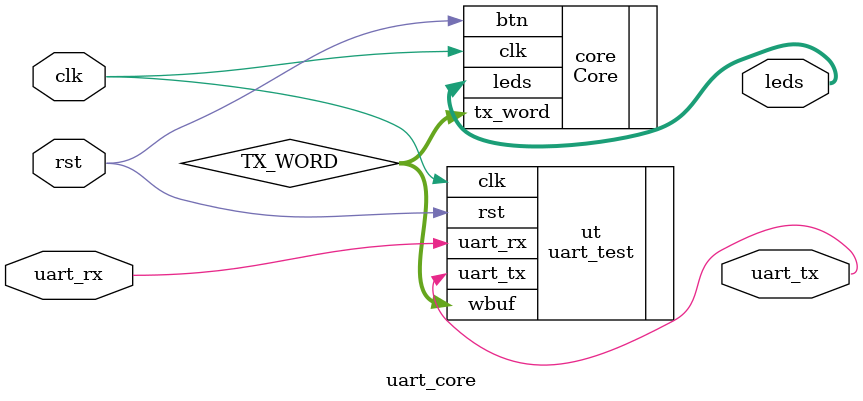
<source format=sv>
module uart_core (
    input wire clk,
    output logic [5:0] leds,
    input wire rst,
    input logic uart_rx,
    output logic uart_tx
);

  logic [31:0] TX_WORD;
  uart_test ut (
      .clk(clk),
      .rst(rst),
      .uart_rx(uart_rx),
      .uart_tx(uart_tx),
      .wbuf(TX_WORD)
  );

  Core core (
      .clk(clk),
      .btn(rst),
      .leds(leds[5:0]),
      .tx_word(TX_WORD)
  );

endmodule

</source>
